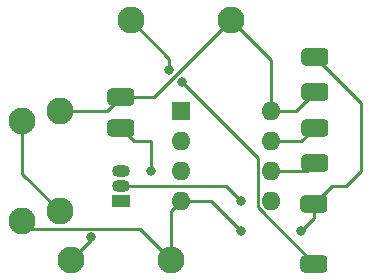
<source format=gbr>
%TF.GenerationSoftware,KiCad,Pcbnew,7.0.6-0*%
%TF.CreationDate,2023-07-26T14:31:40-04:00*%
%TF.ProjectId,Sleep_Apnea,536c6565-705f-4417-906e-65612e6b6963,rev?*%
%TF.SameCoordinates,Original*%
%TF.FileFunction,Copper,L1,Top*%
%TF.FilePolarity,Positive*%
%FSLAX46Y46*%
G04 Gerber Fmt 4.6, Leading zero omitted, Abs format (unit mm)*
G04 Created by KiCad (PCBNEW 7.0.6-0) date 2023-07-26 14:31:40*
%MOMM*%
%LPD*%
G01*
G04 APERTURE LIST*
G04 Aperture macros list*
%AMRoundRect*
0 Rectangle with rounded corners*
0 $1 Rounding radius*
0 $2 $3 $4 $5 $6 $7 $8 $9 X,Y pos of 4 corners*
0 Add a 4 corners polygon primitive as box body*
4,1,4,$2,$3,$4,$5,$6,$7,$8,$9,$2,$3,0*
0 Add four circle primitives for the rounded corners*
1,1,$1+$1,$2,$3*
1,1,$1+$1,$4,$5*
1,1,$1+$1,$6,$7*
1,1,$1+$1,$8,$9*
0 Add four rect primitives between the rounded corners*
20,1,$1+$1,$2,$3,$4,$5,0*
20,1,$1+$1,$4,$5,$6,$7,0*
20,1,$1+$1,$6,$7,$8,$9,0*
20,1,$1+$1,$8,$9,$2,$3,0*%
%AMFreePoly0*
4,1,35,0.312797,1.099367,0.509479,1.023172,0.688811,0.912134,0.844687,0.770034,0.971798,0.601712,1.065816,0.412899,1.123538,0.210026,1.143000,0.000000,1.123538,-0.210026,1.065816,-0.412899,0.971798,-0.601712,0.844687,-0.770034,0.688811,-0.912134,0.509479,-1.023172,0.312797,-1.099367,0.105463,-1.138124,-0.105463,-1.138124,-0.312797,-1.099367,-0.509479,-1.023172,-0.688811,-0.912134,
-0.844687,-0.770034,-0.971798,-0.601712,-1.065816,-0.412899,-1.123538,-0.210026,-1.143000,0.000000,-1.123538,0.210026,-1.065816,0.412899,-0.971798,0.601712,-0.844687,0.770034,-0.688811,0.912134,-0.509479,1.023172,-0.312797,1.099367,-0.105463,1.138124,0.105463,1.138124,0.312797,1.099367,0.312797,1.099367,$1*%
G04 Aperture macros list end*
%TA.AperFunction,SMDPad,CuDef*%
%ADD10RoundRect,0.381000X0.762000X0.381000X-0.762000X0.381000X-0.762000X-0.381000X0.762000X-0.381000X0*%
%TD*%
%TA.AperFunction,ComponentPad*%
%ADD11FreePoly0,90.000000*%
%TD*%
%TA.AperFunction,ComponentPad*%
%ADD12FreePoly0,0.000000*%
%TD*%
%TA.AperFunction,ComponentPad*%
%ADD13R,1.600000X1.600000*%
%TD*%
%TA.AperFunction,ComponentPad*%
%ADD14O,1.600000X1.600000*%
%TD*%
%TA.AperFunction,SMDPad,CuDef*%
%ADD15RoundRect,0.381000X-0.762000X-0.381000X0.762000X-0.381000X0.762000X0.381000X-0.762000X0.381000X0*%
%TD*%
%TA.AperFunction,ComponentPad*%
%ADD16R,1.500000X1.050000*%
%TD*%
%TA.AperFunction,ComponentPad*%
%ADD17O,1.500000X1.050000*%
%TD*%
%TA.AperFunction,ComponentPad*%
%ADD18FreePoly0,270.000000*%
%TD*%
%TA.AperFunction,ViaPad*%
%ADD19C,0.800000*%
%TD*%
%TA.AperFunction,Conductor*%
%ADD20C,0.250000*%
%TD*%
G04 APERTURE END LIST*
D10*
%TO.P,U4,1,VCC*%
%TO.N,Net-(U4-VCC)*%
X148460000Y-114540000D03*
%TO.P,U4,2,GND*%
%TO.N,Net-(U1-GND)*%
X148460000Y-109460000D03*
%TD*%
D11*
%TO.P,R4,1*%
%TO.N,Net-(U1-GND)*%
X123730000Y-110930000D03*
%TO.P,R4,2*%
%TO.N,Net-(R3-Pad2)*%
X123730000Y-102430000D03*
%TD*%
D12*
%TO.P,R1,1*%
%TO.N,Net-(Q1-E)*%
X127830000Y-114200000D03*
%TO.P,R1,2*%
%TO.N,Net-(U1-GND)*%
X136330000Y-114200000D03*
%TD*%
D13*
%TO.P,U1,1,~{RESET}/PB5*%
%TO.N,unconnected-(U1-~{RESET}{slash}PB5-Pad1)*%
X137160000Y-101600000D03*
D14*
%TO.P,U1,2,XTAL1/PB3*%
%TO.N,unconnected-(U1-XTAL1{slash}PB3-Pad2)*%
X137160000Y-104140000D03*
%TO.P,U1,3,XTAL2/PB4*%
%TO.N,unconnected-(U1-XTAL2{slash}PB4-Pad3)*%
X137160000Y-106680000D03*
%TO.P,U1,4,GND*%
%TO.N,Net-(U1-GND)*%
X137160000Y-109220000D03*
%TO.P,U1,5,AREF/PB0*%
%TO.N,Net-(Q1-B)*%
X144780000Y-109220000D03*
%TO.P,U1,6,PB1*%
%TO.N,Net-(U1-PB1)*%
X144780000Y-106680000D03*
%TO.P,U1,7,PB2*%
%TO.N,Net-(U1-PB2)*%
X144780000Y-104140000D03*
%TO.P,U1,8,VCC*%
%TO.N,Net-(U1-VCC)*%
X144780000Y-101600000D03*
%TD*%
D15*
%TO.P,U3,1,VCC*%
%TO.N,Net-(U1-VCC)*%
X132080000Y-100400000D03*
%TO.P,U3,2,GND*%
%TO.N,Net-(Q1-C)*%
X132080000Y-103000000D03*
%TD*%
D12*
%TO.P,R2,1*%
%TO.N,Net-(U4-VCC)*%
X132910000Y-93880000D03*
%TO.P,R2,2*%
%TO.N,Net-(U1-VCC)*%
X141410000Y-93880000D03*
%TD*%
D15*
%TO.P,U2,1,GND*%
%TO.N,Net-(U1-GND)*%
X148500000Y-97000000D03*
%TO.P,U2,2,VCC*%
%TO.N,Net-(U1-VCC)*%
X148500000Y-100000000D03*
%TO.P,U2,3,RXD*%
%TO.N,Net-(U1-PB2)*%
X148500000Y-103000000D03*
%TO.P,U2,4,TXD*%
%TO.N,Net-(U1-PB1)*%
X148500000Y-106000000D03*
%TD*%
D16*
%TO.P,Q1,1,C*%
%TO.N,Net-(Q1-C)*%
X132080000Y-109220000D03*
D17*
%TO.P,Q1,2,B*%
%TO.N,Net-(Q1-B)*%
X132080000Y-107950000D03*
%TO.P,Q1,3,E*%
%TO.N,Net-(Q1-E)*%
X132080000Y-106680000D03*
%TD*%
D18*
%TO.P,R3,1*%
%TO.N,Net-(U1-VCC)*%
X126900000Y-101600000D03*
%TO.P,R3,2*%
%TO.N,Net-(R3-Pad2)*%
X126900000Y-110100000D03*
%TD*%
D19*
%TO.N,Net-(Q1-C)*%
X134620000Y-106680000D03*
%TO.N,Net-(Q1-B)*%
X142240000Y-109220000D03*
%TO.N,Net-(Q1-E)*%
X129540000Y-112292500D03*
%TO.N,Net-(U1-GND)*%
X147320000Y-111760000D03*
X142240000Y-111760000D03*
%TO.N,Net-(U4-VCC)*%
X136182700Y-98082700D03*
X137207299Y-99107299D03*
%TD*%
D20*
%TO.N,Net-(Q1-C)*%
X133220000Y-104140000D02*
X134620000Y-104140000D01*
X134620000Y-104140000D02*
X134620000Y-106680000D01*
X132080000Y-103000000D02*
X133220000Y-104140000D01*
%TO.N,Net-(Q1-B)*%
X132080000Y-107950000D02*
X140970000Y-107950000D01*
X140970000Y-107950000D02*
X142240000Y-109220000D01*
%TO.N,Net-(Q1-E)*%
X127830000Y-114200000D02*
X129540000Y-112490000D01*
X129540000Y-112490000D02*
X129540000Y-112292500D01*
%TO.N,Net-(U1-GND)*%
X152400000Y-106680000D02*
X152400000Y-100900000D01*
X148460000Y-110620000D02*
X148460000Y-109460000D01*
X147320000Y-111760000D02*
X148460000Y-110620000D01*
X151128000Y-107952000D02*
X152400000Y-106680000D01*
X149968000Y-107952000D02*
X151128000Y-107952000D01*
X136330000Y-114200000D02*
X133698000Y-111568000D01*
X152400000Y-100900000D02*
X148500000Y-97000000D01*
X124368000Y-111568000D02*
X123730000Y-110930000D01*
X133698000Y-111568000D02*
X124368000Y-111568000D01*
X136330000Y-114200000D02*
X136330000Y-110050000D01*
X136330000Y-110050000D02*
X137160000Y-109220000D01*
X148460000Y-109460000D02*
X149968000Y-107952000D01*
X137160000Y-109220000D02*
X139700000Y-109220000D01*
X139700000Y-109220000D02*
X142240000Y-111760000D01*
%TO.N,Net-(U1-PB1)*%
X147820000Y-106680000D02*
X144780000Y-106680000D01*
X148500000Y-106000000D02*
X147820000Y-106680000D01*
%TO.N,Net-(U1-PB2)*%
X147360000Y-104140000D02*
X144780000Y-104140000D01*
X148500000Y-103000000D02*
X147360000Y-104140000D01*
%TO.N,Net-(U1-VCC)*%
X141410000Y-93880000D02*
X134890000Y-100400000D01*
X141410000Y-93880000D02*
X144780000Y-97250000D01*
X144780000Y-97250000D02*
X144780000Y-101600000D01*
X148500000Y-100000000D02*
X146900000Y-101600000D01*
X126900000Y-101600000D02*
X130880000Y-101600000D01*
X130880000Y-101600000D02*
X132080000Y-100400000D01*
X146900000Y-101600000D02*
X144780000Y-101600000D01*
X134890000Y-100400000D02*
X132080000Y-100400000D01*
%TO.N,Net-(U4-VCC)*%
X136182700Y-97152700D02*
X136182700Y-98082700D01*
X137207299Y-99107299D02*
X143655000Y-105555000D01*
X143655000Y-109735000D02*
X148460000Y-114540000D01*
X132910000Y-93880000D02*
X136182700Y-97152700D01*
X143655000Y-105555000D02*
X143655000Y-109735000D01*
%TO.N,Net-(R3-Pad2)*%
X123730000Y-102430000D02*
X123730000Y-106930000D01*
X123730000Y-106930000D02*
X126900000Y-110100000D01*
%TD*%
M02*

</source>
